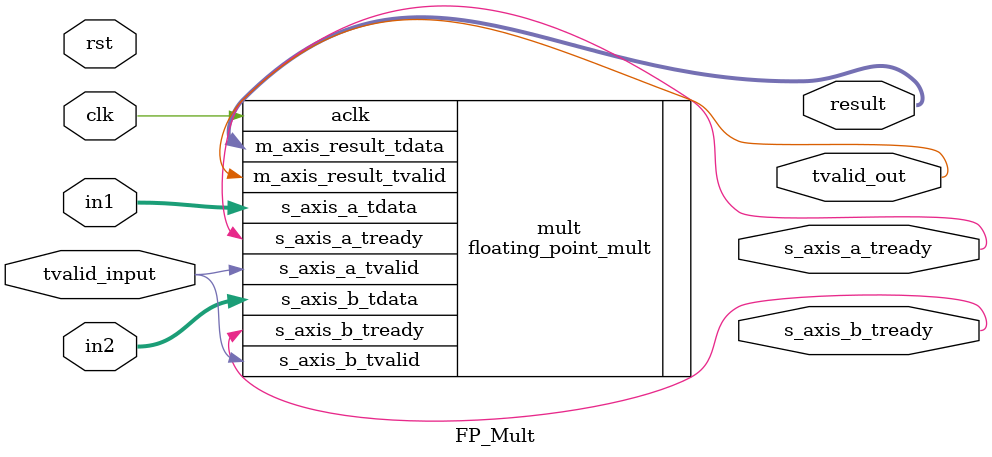
<source format=v>
`timescale 1ns / 1ps


module FP_Mult(
    input               clk,
    input               rst,
    input               tvalid_input,
    input   [31:0]      in1,
    input   [31:0]      in2,
    
    output              s_axis_a_tready,
    output              s_axis_b_tready,
    output              tvalid_out,
    output  [31:0]      result
    );
    reg                 r_tvalid_input;
    reg     [31:0]      r_in1;
    reg     [31:0]      r_in2;  

    always @(posedge clk) begin
        if(rst) begin
            r_tvalid_input <= 1'b0;
            r_in1          <= 32'h0000_0000;
            r_in2          <= 32'h0000_0000;
        end
        else begin
            r_tvalid_input <= tvalid_input;         
            r_in1          <= in1;
            r_in2          <= in2;
        end
    end
    
    floating_point_mult mult (
  .aclk(clk),                                  // input wire aclk
  .s_axis_a_tvalid(tvalid_input),            // input wire s_axis_a_tvalid
  .s_axis_a_tready(s_axis_a_tready),            // output wire s_axis_a_tready
  .s_axis_a_tdata(in1),              // input wire [31 : 0] s_axis_a_tdata
  .s_axis_b_tvalid(tvalid_input),            // input wire s_axis_b_tvalid
  .s_axis_b_tready(s_axis_b_tready),            // output wire s_axis_b_tready
  .s_axis_b_tdata(in2),              // input wire [31 : 0] s_axis_b_tdata
  .m_axis_result_tvalid(tvalid_out),  // output wire m_axis_result_tvalid
  .m_axis_result_tdata(result)    // output wire [31 : 0] m_axis_result_tdata
);     
    
endmodule

</source>
